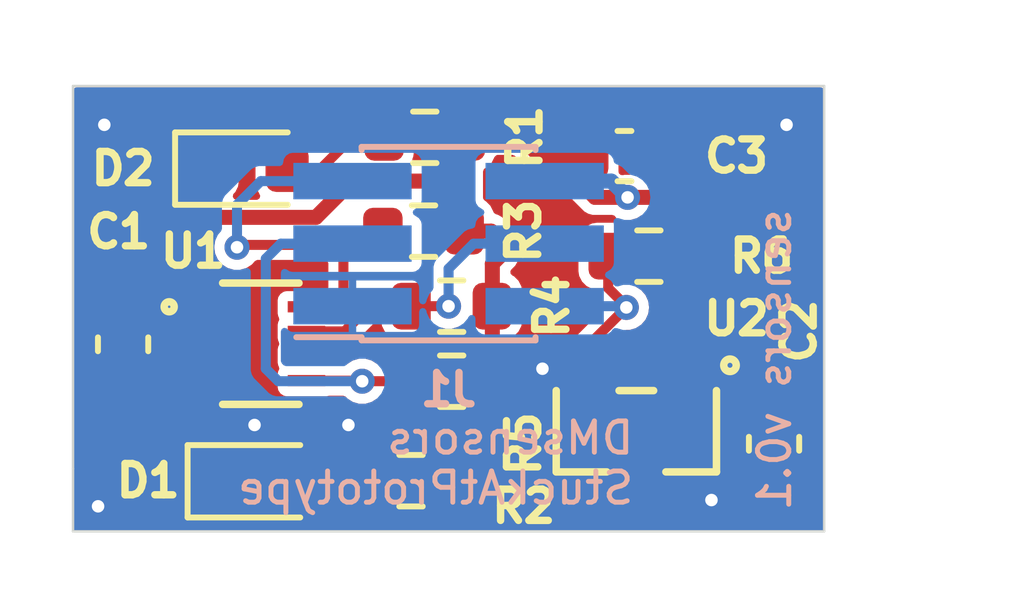
<source format=kicad_pcb>
(kicad_pcb (version 20240108) (generator "pcbnew") (generator_version "8.0")
  (layers (0 "F.Cu" signal) (1 "In1.Cu" signal) (2 "In2.Cu" signal) (31 "B.Cu" signal) (34 "B.Paste" user) (35 "F.Paste" user) (36 "B.SilkS" user "B.Silkscreen") (37 "F.SilkS" user "F.Silkscreen") (38 "B.Mask" user) (39 "F.Mask" user) (44 "Edge.Cuts" user))
  (net 0 "")
  (net 1 "+3V3")
  (net 2 "GND")
  (net 3 "Net-(D1-A)")
  (net 4 "Net-(D2-A)")
  (net 5 "/SCL")
  (net 6 "/OPT_INT")
  (net 7 "/SDA")
  (net 8 "/HAL_OUT")
  (footprint "Resistor_SMD:R_0603_1608Metric" (layer "F.Cu") (at 128.079 64.262 180)
    (property "Reference" "R4" (at -2.032 0 -90) (layer "F.SilkS") (effects (font (size 0.635 0.635))))
    (property "Value" "10K")
    (fp_line (start -0.237258 0.5225) (end 0.237258 0.5225) (stroke (width 0.12)) (layer "F.SilkS"))
    (fp_line (start -0.237258 -0.5225) (end 0.237258 -0.5225) (stroke (width 0.12)) (layer "F.SilkS"))
    (pad "1" smd roundrect (at -0.825 0 180) (size 0.8 0.95) (layers "F.Cu" "F.Paste" "F.Mask") (net 1 "+3V3"))
    (pad "2" smd roundrect (at 0.825 0 180) (size 0.8 0.95) (layers "F.Cu" "F.Paste" "F.Mask") (net 6 "/OPT_INT"))
  )
  (footprint "LED_SMD:LED_0603_1608Metric" (layer "F.Cu") (at 124.206 67.818)
    (property "Reference" "D1" (at -2.286 -0.011999 0) (layer "F.SilkS") (effects (font (size 0.635 0.635))))
    (property "Value" "LED")
    (fp_line (start -1.485 -0.735) (end -1.485 0.735) (stroke (width 0.12)) (layer "F.SilkS"))
    (fp_line (start -1.485 0.735) (end 0.8 0.735) (stroke (width 0.12)) (layer "F.SilkS"))
    (fp_line (start 0.8 -0.735) (end -1.485 -0.735) (stroke (width 0.12)) (layer "F.SilkS"))
    (pad "1" smd roundrect (at -0.7875 0) (size 0.875 0.95) (layers "F.Cu" "F.Paste" "F.Mask") (net 2 "GND"))
    (pad "2" smd roundrect (at 0.7875 0) (size 0.875 0.95) (layers "F.Cu" "F.Paste" "F.Mask") (net 3 "Net-(D1-A)"))
  )
  (footprint "Resistor_SMD:R_0603_1608Metric" (layer "F.Cu") (at 127.254 67.806001 180)
    (property "Reference" "R2" (at -2.286 -0.519999 180) (layer "F.SilkS") (effects (font (size 0.635 0.635))))
    (property "Value" "R")
    (fp_line (start -0.237258 0.5225) (end 0.237258 0.5225) (stroke (width 0.12)) (layer "F.SilkS"))
    (fp_line (start -0.237258 -0.5225) (end 0.237258 -0.5225) (stroke (width 0.12)) (layer "F.SilkS"))
    (pad "1" smd roundrect (at -0.825 0 180) (size 0.8 0.95) (layers "F.Cu" "F.Paste" "F.Mask") (net 1 "+3V3"))
    (pad "2" smd roundrect (at 0.825 0 180) (size 0.8 0.95) (layers "F.Cu" "F.Paste" "F.Mask") (net 3 "Net-(D1-A)"))
  )
  (footprint "Capacitor_SMD:C_0603_1608Metric" (layer "F.Cu") (at 131.585 61.214)
    (property "Reference" "C3" (at 2.273 0 0) (layer "F.SilkS") (effects (font (size 0.635 0.635))))
    (property "Value" "4.7uF")
    (fp_line (start -0.14058 -0.51) (end 0.14058 -0.51) (stroke (width 0.12)) (layer "F.SilkS"))
    (fp_line (start -0.14058 0.51) (end 0.14058 0.51) (stroke (width 0.12)) (layer "F.SilkS"))
    (pad "1" smd roundrect (at -0.775 0) (size 0.9 0.95) (layers "F.Cu" "F.Paste" "F.Mask") (net 1 "+3V3"))
    (pad "2" smd roundrect (at 0.775 0) (size 0.9 0.95) (layers "F.Cu" "F.Paste" "F.Mask") (net 2 "GND"))
  )
  (footprint "Capacitor_SMD:C_0603_1608Metric" (layer "F.Cu") (at 121.412 65.035999 -90)
    (property "Reference" "C1" (at -2.286 0.0889 180) (layer "F.SilkS") (effects (font (size 0.635 0.635))))
    (property "Value" "0.1uF")
    (fp_line (start -0.14058 0.51) (end 0.14058 0.51) (stroke (width 0.12)) (layer "F.SilkS"))
    (fp_line (start -0.14058 -0.51) (end 0.14058 -0.51) (stroke (width 0.12)) (layer "F.SilkS"))
    (pad "1" smd roundrect (at -0.775 0 270) (size 0.9 0.95) (layers "F.Cu" "F.Paste" "F.Mask") (net 1 "+3V3"))
    (pad "2" smd roundrect (at 0.775 0 270) (size 0.9 0.95) (layers "F.Cu" "F.Paste" "F.Mask") (net 2 "GND"))
  )
  (footprint "Resistor_SMD:R_0603_1608Metric" (layer "F.Cu") (at 127.5334 60.833 180)
    (property "Reference" "R1" (at -2.032 0 -90) (layer "F.SilkS") (effects (font (size 0.635 0.635))))
    (property "Value" "R")
    (fp_line (start -0.237258 0.5225) (end 0.237258 0.5225) (stroke (width 0.12)) (layer "F.SilkS"))
    (fp_line (start -0.237258 -0.5225) (end 0.237258 -0.5225) (stroke (width 0.12)) (layer "F.SilkS"))
    (pad "1" smd roundrect (at -0.825 0 180) (size 0.8 0.95) (layers "F.Cu" "F.Paste" "F.Mask") (net 1 "+3V3"))
    (pad "2" smd roundrect (at 0.825 0 180) (size 0.8 0.95) (layers "F.Cu" "F.Paste" "F.Mask") (net 4 "Net-(D2-A)"))
  )
  (footprint "Resistor_SMD:R_0603_1608Metric" (layer "F.Cu") (at 128.079 65.786 180)
    (property "Reference" "R5" (at -1.461 -1.27 -90) (layer "F.SilkS") (effects (font (size 0.635 0.635))))
    (property "Value" "10K")
    (fp_line (start -0.237258 0.5225) (end 0.237258 0.5225) (stroke (width 0.12)) (layer "F.SilkS"))
    (fp_line (start -0.237258 -0.5225) (end 0.237258 -0.5225) (stroke (width 0.12)) (layer "F.SilkS"))
    (pad "1" smd roundrect (at -0.825 0 180) (size 0.8 0.95) (layers "F.Cu" "F.Paste" "F.Mask") (net 1 "+3V3"))
    (pad "2" smd roundrect (at 0.825 0 180) (size 0.8 0.95) (layers "F.Cu" "F.Paste" "F.Mask") (net 5 "/SCL"))
  )
  (footprint "custom_IC:SOT-23_TO-236_TDK" (layer "F.Cu") (at 131.826 66.802 180)
    (property "Reference" "U2" (at -2.032 2.286 0) (layer "F.SilkS") (effects (font (size 0.635 0.635))))
    (property "Value" "HAL1501SU-A")
    (fp_line (start 1.6256 0.8255) (end 1.6256 -0.8255) (stroke (width 0.1524)) (layer "F.SilkS"))
    (fp_line (start 1.6256 -0.8255) (end 0.59944 -0.8255) (stroke (width 0.1524)) (layer "F.SilkS"))
    (fp_line (start -0.350561 0.8255) (end 0.350561 0.8255) (stroke (width 0.1524)) (layer "F.SilkS"))
    (fp_line (start -0.59944 -0.8255) (end -1.6256 -0.8255) (stroke (width 0.1524)) (layer "F.SilkS"))
    (fp_line (start -1.6256 -0.8255) (end -1.6256 0.8255) (stroke (width 0.1524)) (layer "F.SilkS"))
    (fp_circle (center -1.9 1.34) (end -1.773 1.34) (stroke (width 0.1524)) (fill none) (layer "F.SilkS"))
    (pad "1" smd rect (at -0.950001 0.9398 180) (size 0.5334 1.3208) (layers "F.Cu" "F.Paste" "F.Mask") (net 1 "+3V3"))
    (pad "2" smd rect (at 0.950001 0.9398 180) (size 0.5334 1.3208) (layers "F.Cu" "F.Paste" "F.Mask") (net 8 "/HAL_OUT"))
    (pad "3" smd rect (at 0 -0.9398 180) (size 0.5334 1.3208) (layers "F.Cu" "F.Paste" "F.Mask") (net 2 "GND"))
  )
  (footprint "Resistor_SMD:R_0603_1608Metric" (layer "F.Cu") (at 132.08 63.246 180)
    (property "Reference" "R6" (at -2.286 0 180) (layer "F.SilkS") (effects (font (size 0.635 0.635))))
    (property "Value" "10K")
    (fp_line (start -0.237258 0.5225) (end 0.237258 0.5225) (stroke (width 0.12)) (layer "F.SilkS"))
    (fp_line (start -0.237258 -0.5225) (end 0.237258 -0.5225) (stroke (width 0.12)) (layer "F.SilkS"))
    (pad "1" smd roundrect (at -0.825 0 180) (size 0.8 0.95) (layers "F.Cu" "F.Paste" "F.Mask") (net 1 "+3V3"))
    (pad "2" smd roundrect (at 0.825 0 180) (size 0.8 0.95) (layers "F.Cu" "F.Paste" "F.Mask") (net 8 "/HAL_OUT"))
  )
  (footprint "custom_IC:FCSOT8_DTS_TEX" (layer "F.Cu") (at 124.206 65.024)
    (property "Reference" "U1" (at -1.3716 -1.8796 0) (layer "F.SilkS") (effects (font (size 0.635 0.635))))
    (property "Value" "OPT4060DTSR")
    (fp_line (start -0.7747 1.2319) (end 0.7747 1.2319) (stroke (width 0.1524)) (layer "F.SilkS"))
    (fp_line (start 0.7747 -1.2319) (end -0.7747 -1.2319) (stroke (width 0.1524)) (layer "F.SilkS"))
    (fp_circle (center -1.8589 -0.75) (end -1.7573 -0.75) (stroke (width 0.1524)) (fill none) (layer "F.SilkS"))
    (pad "1" smd rect (at -0.9271 -0.750001) (size 0.762 0.2286) (layers "F.Cu" "F.Paste" "F.Mask") (net 1 "+3V3"))
    (pad "2" smd rect (at -0.9271 -0.25) (size 0.762 0.2286) (layers "F.Cu" "F.Paste" "F.Mask") (net 2 "GND"))
    (pad "3" smd rect (at -0.9271 0.25) (size 0.762 0.2286) (layers "F.Cu" "F.Paste" "F.Mask"))
    (pad "4" smd rect (at -0.9271 0.750001) (size 0.762 0.2286) (layers "F.Cu" "F.Paste" "F.Mask") (net 2 "GND"))
    (pad "5" smd rect (at 0.9271 0.750001) (size 0.762 0.2286) (layers "F.Cu" "F.Paste" "F.Mask") (net 5 "/SCL"))
    (pad "6" smd rect (at 0.9271 0.25) (size 0.762 0.2286) (layers "F.Cu" "F.Paste" "F.Mask"))
    (pad "7" smd rect (at 0.9271 -0.25) (size 0.762 0.2286) (layers "F.Cu" "F.Paste" "F.Mask") (net 6 "/OPT_INT"))
    (pad "8" smd rect (at 0.9271 -0.750001) (size 0.762 0.2286) (layers "F.Cu" "F.Paste" "F.Mask") (net 7 "/SDA"))
  )
  (footprint "Capacitor_SMD:C_0603_1608Metric" (layer "F.Cu") (at 134.62 67.056 -90)
    (property "Reference" "C2" (at -2.286 -0.508 90) (layer "F.SilkS") (effects (font (size 0.635 0.635))))
    (property "Value" "0.1uF")
    (fp_line (start -0.14058 0.51) (end 0.14058 0.51) (stroke (width 0.12)) (layer "F.SilkS"))
    (fp_line (start -0.14058 -0.51) (end 0.14058 -0.51) (stroke (width 0.12)) (layer "F.SilkS"))
    (pad "1" smd roundrect (at -0.775 0 270) (size 0.9 0.95) (layers "F.Cu" "F.Paste" "F.Mask") (net 1 "+3V3"))
    (pad "2" smd roundrect (at 0.775 0 270) (size 0.9 0.95) (layers "F.Cu" "F.Paste" "F.Mask") (net 2 "GND"))
  )
  (footprint "LED_SMD:LED_0603_1608Metric" (layer "F.Cu") (at 123.952 61.468)
    (property "Reference" "D2" (at -2.54 0 0) (layer "F.SilkS") (effects (font (size 0.635 0.635))))
    (property "Value" "LED")
    (fp_line (start -1.485 -0.735) (end -1.485 0.735) (stroke (width 0.12)) (layer "F.SilkS"))
    (fp_line (start -1.485 0.735) (end 0.8 0.735) (stroke (width 0.12)) (layer "F.SilkS"))
    (fp_line (start 0.8 -0.735) (end -1.485 -0.735) (stroke (width 0.12)) (layer "F.SilkS"))
    (pad "1" smd roundrect (at -0.7875 0) (size 0.875 0.95) (layers "F.Cu" "F.Paste" "F.Mask") (net 2 "GND"))
    (pad "2" smd roundrect (at 0.7875 0) (size 0.875 0.95) (layers "F.Cu" "F.Paste" "F.Mask") (net 4 "Net-(D2-A)"))
  )
  (footprint "Resistor_SMD:R_0603_1608Metric" (layer "F.Cu") (at 127.508 62.738 180)
    (property "Reference" "R3" (at -2.032 0 -90) (layer "F.SilkS") (effects (font (size 0.635 0.635))))
    (property "Value" "10K")
    (fp_line (start -0.237258 0.5225) (end 0.237258 0.5225) (stroke (width 0.12)) (layer "F.SilkS"))
    (fp_line (start -0.237258 -0.5225) (end 0.237258 -0.5225) (stroke (width 0.12)) (layer "F.SilkS"))
    (pad "1" smd roundrect (at -0.825 0 180) (size 0.8 0.95) (layers "F.Cu" "F.Paste" "F.Mask") (net 1 "+3V3"))
    (pad "2" smd roundrect (at 0.825 0 180) (size 0.8 0.95) (layers "F.Cu" "F.Paste" "F.Mask") (net 7 "/SDA"))
  )
  (footprint "Connector_PinHeader_1.27mm:PinHeader_2x03_P1.27mm_Vertical_SMD" (layer "B.Cu") (at 128.016 62.992)
    (property "Reference" "J1" (at 0 2.965 0) (layer "B.SilkS") (effects (font (size 0.635 0.635)) (justify mirror)))
    (property "Value" "Conn_02x03_SMT")
    (fp_line (start -1.765 -1.965) (end -1.765 -1.9) (stroke (width 0.12)) (layer "B.SilkS"))
    (fp_line (start -1.765 1.9) (end -3.09 1.9) (stroke (width 0.12)) (layer "B.SilkS"))
    (fp_line (start -1.765 1.9) (end -1.765 1.965) (stroke (width 0.12)) (layer "B.SilkS"))
    (fp_line (start 1.765 -1.965) (end -1.765 -1.965) (stroke (width 0.12)) (layer "B.SilkS"))
    (fp_line (start 1.765 -1.965) (end 1.765 -1.9) (stroke (width 0.12)) (layer "B.SilkS"))
    (fp_line (start 1.765 1.9) (end 1.765 1.965) (stroke (width 0.12)) (layer "B.SilkS"))
    (fp_line (start 1.765 1.965) (end -1.765 1.965) (stroke (width 0.12)) (layer "B.SilkS"))
    (pad "1" smd rect (at -1.95 1.27) (size 2.4 0.74) (layers "B.Cu" "B.Paste" "B.Mask") (net 2 "GND"))
    (pad "2" smd rect (at 1.95 1.27) (size 2.4 0.74) (layers "B.Cu" "B.Paste" "B.Mask") (net 8 "/HAL_OUT"))
    (pad "3" smd rect (at -1.95 0) (size 2.4 0.74) (layers "B.Cu" "B.Paste" "B.Mask") (net 5 "/SCL"))
    (pad "4" smd rect (at 1.95 0) (size 2.4 0.74) (layers "B.Cu" "B.Paste" "B.Mask") (net 6 "/OPT_INT"))
    (pad "5" smd rect (at -1.95 -1.27) (size 2.4 0.74) (layers "B.Cu" "B.Paste" "B.Mask") (net 7 "/SDA"))
    (pad "6" smd rect (at 1.95 -1.27) (size 2.4 0.74) (layers "B.Cu" "B.Paste" "B.Mask") (net 1 "+3V3"))
  )
  (gr_line (start 135.636 59.7916) (end 120.396 59.7916) (stroke (width 0.05)) (layer "Edge.Cuts"))
  (gr_line (start 120.396 67.564) (end 120.396 68.834) (stroke (width 0.05)) (layer "Edge.Cuts"))
  (gr_line (start 135.636 68.834) (end 135.636 59.7916) (stroke (width 0.05)) (layer "Edge.Cuts"))
  (gr_line (start 120.396 59.7916) (end 120.396 67.564) (stroke (width 0.05)) (layer "Edge.Cuts"))
  (gr_line (start 120.396 68.834) (end 135.636 68.834) (stroke (width 0.05)) (layer "Edge.Cuts"))
  (gr_text "DMsensors\n" (at 131.826 67.31 0) (layer "B.SilkS") (effects (font (size 0.635 0.635) (thickness 0.1)) (justify left bottom mirror)))
  (gr_text "sensors v0.1" (at 135.001 62.23 90) (layer "B.SilkS") (effects (font (size 0.635 0.635) (thickness 0.1)) (justify left bottom mirror)))
  (gr_text "StuckAtPrototype" (at 131.826 68.326 0) (layer "B.SilkS") (effects (font (size 0.635 0.635) (thickness 0.1)) (justify left bottom mirror)))
  (segment (start 129.8702 61.214) (end 129.4892 60.833) (width 0.3048) (layer "F.Cu") (net 1))
  (segment (start 128.3584 60.833) (end 128.3584 61.722) (width 0.3048) (layer "F.Cu") (net 1))
  (segment (start 133.3754 65.8622) (end 132.776001 65.8622) (width 0.3048) (layer "F.Cu") (net 1))
  (segment (start 128.3584 62.7126) (end 128.333 62.738) (width 0.3048) (layer "F.Cu") (net 1))
  (segment (start 130.9878 62.0522) (end 130.81 61.8744) (width 0.3048) (layer "F.Cu") (net 1))
  (segment (start 133.477 64.5414) (end 134.1374 64.5414) (width 0.3048) (layer "F.Cu") (net 1))
  (segment (start 132.905 63.246) (end 132.905 63.9694) (width 0.3048) (layer "F.Cu") (net 1))
  (segment (start 132.5372 62.0522) (end 132.905 62.42) (width 0.3048) (layer "F.Cu") (net 1))
  (segment (start 128.079 67.806001) (end 128.662999 67.806001) (width 0.3048) (layer "F.Cu") (net 1))
  (segment (start 128.904 63.3994) (end 129.0828 63.2206) (width 0.3048) (layer "F.Cu") (net 1))
  (segment (start 121.425 64.273999) (end 121.412 64.260999) (width 0.2032) (layer "F.Cu") (net 1))
  (segment (start 134.62 66.281) (end 133.7942 66.281) (width 0.3048) (layer "F.Cu") (net 1))
  (segment (start 128.8796 62.738) (end 128.333 62.738) (width 0.3048) (layer "F.Cu") (net 1))
  (segment (start 134.62 65.024) (end 134.62 66.281) (width 0.3048) (layer "F.Cu") (net 1))
  (segment (start 122.2756 62.4586) (end 121.412 63.3222) (width 0.3048) (layer "F.Cu") (net 1))
  (segment (start 128.904 65.786) (end 128.904 64.262) (width 0.3048) (layer "F.Cu") (net 1))
  (segment (start 129.4892 60.833) (end 128.3584 60.833) (width 0.3048) (layer "F.Cu") (net 1))
  (segment (start 132.905 63.9694) (end 133.477 64.5414) (width 0.3048) (layer "F.Cu") (net 1))
  (segment (start 134.1374 64.5414) (end 134.62 65.024) (width 0.3048) (layer "F.Cu") (net 1))
  (segment (start 128.3584 61.722) (end 126.0602 61.722) (width 0.3048) (layer "F.Cu") (net 1))
  (segment (start 132.905 62.42) (end 132.905 63.246) (width 0.3048) (layer "F.Cu") (net 1))
  (segment (start 128.904 64.262) (end 128.904 63.3994) (width 0.3048) (layer "F.Cu") (net 1))
  (segment (start 129.0828 63.2206) (end 129.0828 62.9412) (width 0.3048) (layer "F.Cu") (net 1))
  (segment (start 128.3584 61.722) (end 128.3584 62.7126) (width 0.3048) (layer "F.Cu") (net 1))
  (segment (start 128.904 67.565) (end 128.904 65.786) (width 0.3048) (layer "F.Cu") (net 1))
  (segment (start 131.6482 62.0522) (end 132.5372 62.0522) (width 0.3048) (layer "F.Cu") (net 1))
  (segment (start 121.412 63.3222) (end 121.412 64.260999) (width 0.3048) (layer "F.Cu") (net 1))
  (segment (start 130.81 61.8744) (end 130.81 61.214) (width 0.3048) (layer "F.Cu") (net 1))
  (segment (start 128.662999 67.806001) (end 128.904 67.565) (width 0.3048) (layer "F.Cu") (net 1))
  (segment (start 129.0828 62.9412) (end 128.8796 62.738) (width 0.3048) (layer "F.Cu") (net 1))
  (segment (start 125.3236 62.4586) (end 122.2756 62.4586) (width 0.3048) (layer "F.Cu") (net 1))
  (segment (start 131.6482 62.0522) (end 130.9878 62.0522) (width 0.3048) (layer "F.Cu") (net 1))
  (segment (start 126.0602 61.722) (end 125.3236 62.4586) (width 0.3048) (layer "F.Cu") (net 1))
  (segment (start 130.81 61.214) (end 129.8702 61.214) (width 0.3048) (layer "F.Cu") (net 1))
  (segment (start 123.2789 64.273999) (end 121.425 64.273999) (width 0.2032) (layer "F.Cu") (net 1))
  (segment (start 133.7942 66.281) (end 133.3754 65.8622) (width 0.3048) (layer "F.Cu") (net 1))
  (via (at 131.6482 62.0522) (size 0.508) (drill 0.254) (layers "F.Cu" "B.Cu") (net 1))
  (segment (start 129.966 61.722) (end 131.318 61.722) (width 0.3048) (layer "B.Cu") (net 1))
  (segment (start 131.318 61.722) (end 131.6482 62.0522) (width 0.3048) (layer "B.Cu") (net 1))
  (via (at 129.921 65.532) (size 0.508) (drill 0.254) (layers "F.Cu" "B.Cu") (net 2))
  (via (at 133.35 68.199) (size 0.508) (drill 0.254) (layers "F.Cu" "B.Cu") (net 2))
  (via (at 125.984 66.675) (size 0.508) (drill 0.254) (layers "F.Cu" "B.Cu") (net 2))
  (via (at 124.079 66.675) (size 0.508) (drill 0.254) (layers "F.Cu" "B.Cu") (net 2))
  (via (at 121.031 60.579) (size 0.508) (drill 0.254) (layers "F.Cu" "B.Cu") (net 2))
  (via (at 134.874 60.579) (size 0.508) (drill 0.254) (layers "F.Cu" "B.Cu") (net 2))
  (via (at 120.904 68.326) (size 0.508) (drill 0.254) (layers "F.Cu" "B.Cu") (net 2))
  (segment (start 126.417001 67.818) (end 126.429 67.806001) (width 0.2032) (layer "F.Cu") (net 3))
  (segment (start 124.9935 67.818) (end 126.417001 67.818) (width 0.2032) (layer "F.Cu") (net 3))
  (segment (start 125.4252 61.468) (end 126.0602 60.833) (width 0.2032) (layer "F.Cu") (net 4))
  (segment (start 126.0602 60.833) (end 126.7084 60.833) (width 0.2032) (layer "F.Cu") (net 4))
  (segment (start 124.7395 61.468) (end 125.4252 61.468) (width 0.2032) (layer "F.Cu") (net 4))
  (segment (start 126.2634 65.786) (end 127.254 65.786) (width 0.2032) (layer "F.Cu") (net 5))
  (segment (start 125.1331 65.774001) (end 126.251401 65.774001) (width 0.2032) (layer "F.Cu") (net 5))
  (segment (start 126.251401 65.774001) (end 126.2634 65.786) (width 0.2032) (layer "F.Cu") (net 5))
  (via (at 126.2634 65.786) (size 0.508) (drill 0.254) (layers "F.Cu" "B.Cu") (net 5))
  (segment (start 124.3076 65.532) (end 124.3076 63.2968) (width 0.2032) (layer "B.Cu") (net 5))
  (segment (start 124.6124 62.992) (end 126.066 62.992) (width 0.2032) (layer "B.Cu") (net 5))
  (segment (start 124.5616 65.786) (end 124.3076 65.532) (width 0.2032) (layer "B.Cu") (net 5))
  (segment (start 126.2634 65.786) (end 124.5616 65.786) (width 0.2032) (layer "B.Cu") (net 5))
  (segment (start 124.3076 63.2968) (end 124.6124 62.992) (width 0.2032) (layer "B.Cu") (net 5))
  (segment (start 126.4158 64.262) (end 127.254 64.262) (width 0.2032) (layer "F.Cu") (net 6))
  (segment (start 127.254 64.262) (end 128.016 64.262) (width 0.2032) (layer "F.Cu") (net 6))
  (segment (start 125.9038 64.774) (end 126.4158 64.262) (width 0.2032) (layer "F.Cu") (net 6))
  (segment (start 125.1331 64.774) (end 125.9038 64.774) (width 0.2032) (layer "F.Cu") (net 6))
  (via (at 128.016 64.262) (size 0.508) (drill 0.254) (layers "F.Cu" "B.Cu") (net 6))
  (segment (start 128.016 63.5) (end 128.524 62.992) (width 0.2032) (layer "B.Cu") (net 6))
  (segment (start 128.016 64.262) (end 128.016 63.5) (width 0.2032) (layer "B.Cu") (net 6))
  (segment (start 128.524 62.992) (end 129.966 62.992) (width 0.2032) (layer "B.Cu") (net 6))
  (segment (start 125.8824 64.135) (end 125.8824 63.0174) (width 0.2032) (layer "F.Cu") (net 7))
  (segment (start 125.8824 63.0174) (end 126.1618 62.738) (width 0.2032) (layer "F.Cu") (net 7))
  (segment (start 125.743401 64.273999) (end 125.8824 64.135) (width 0.2032) (layer "F.Cu") (net 7))
  (segment (start 123.771 63.0174) (end 125.8824 63.0174) (width 0.2032) (layer "F.Cu") (net 7))
  (segment (start 125.1331 64.273999) (end 125.743401 64.273999) (width 0.2032) (layer "F.Cu") (net 7))
  (segment (start 126.1618 62.738) (end 126.683 62.738) (width 0.2032) (layer "F.Cu") (net 7))
  (segment (start 123.7234 63.065) (end 123.771 63.0174) (width 0.2032) (layer "F.Cu") (net 7))
  (via (at 123.7234 63.065) (size 0.508) (drill 0.254) (layers "F.Cu" "B.Cu") (net 7))
  (segment (start 123.7234 62.2046) (end 124.206 61.722) (width 0.2032) (layer "B.Cu") (net 7))
  (segment (start 124.206 61.722) (end 126.066 61.722) (width 0.2032) (layer "B.Cu") (net 7))
  (segment (start 123.7234 63.065) (end 123.7234 62.2046) (width 0.2032) (layer "B.Cu") (net 7))
  (segment (start 130.875999 65.034201) (end 131.6228 64.2874) (width 0.2032) (layer "F.Cu") (net 8))
  (segment (start 130.875999 65.8622) (end 130.875999 65.034201) (width 0.2032) (layer "F.Cu") (net 8))
  (segment (start 131.6228 64.262) (end 131.255 63.8942) (width 0.2032) (layer "F.Cu") (net 8))
  (segment (start 131.255 63.8942) (end 131.255 63.246) (width 0.2032) (layer "F.Cu") (net 8))
  (segment (start 131.6228 64.2874) (end 131.6228 64.262) (width 0.2032) (layer "F.Cu") (net 8))
  (via (at 131.6228 64.2874) (size 0.508) (drill 0.254) (layers "F.Cu" "B.Cu") (net 8))
  (segment (start 131.5974 64.262) (end 131.6228 64.2874) (width 0.2032) (layer "B.Cu") (net 8))
  (segment (start 129.966 64.262) (end 131.5974 64.262) (width 0.2032) (layer "B.Cu") (net 8))
  (zone (net 2) (net_name "GND") (layers "F&B.Cu") (connect_pads (clearance 0.2032)) (min_thickness 0.1524) (fill yes (thermal_gap 0.1524) (thermal_bridge_width 0.1524))
    (polygon (pts (xy 120.396 59.817) (xy 135.636 59.817) (xy 135.636 68.834) (xy 120.396 68.834)))
  )
)
</source>
